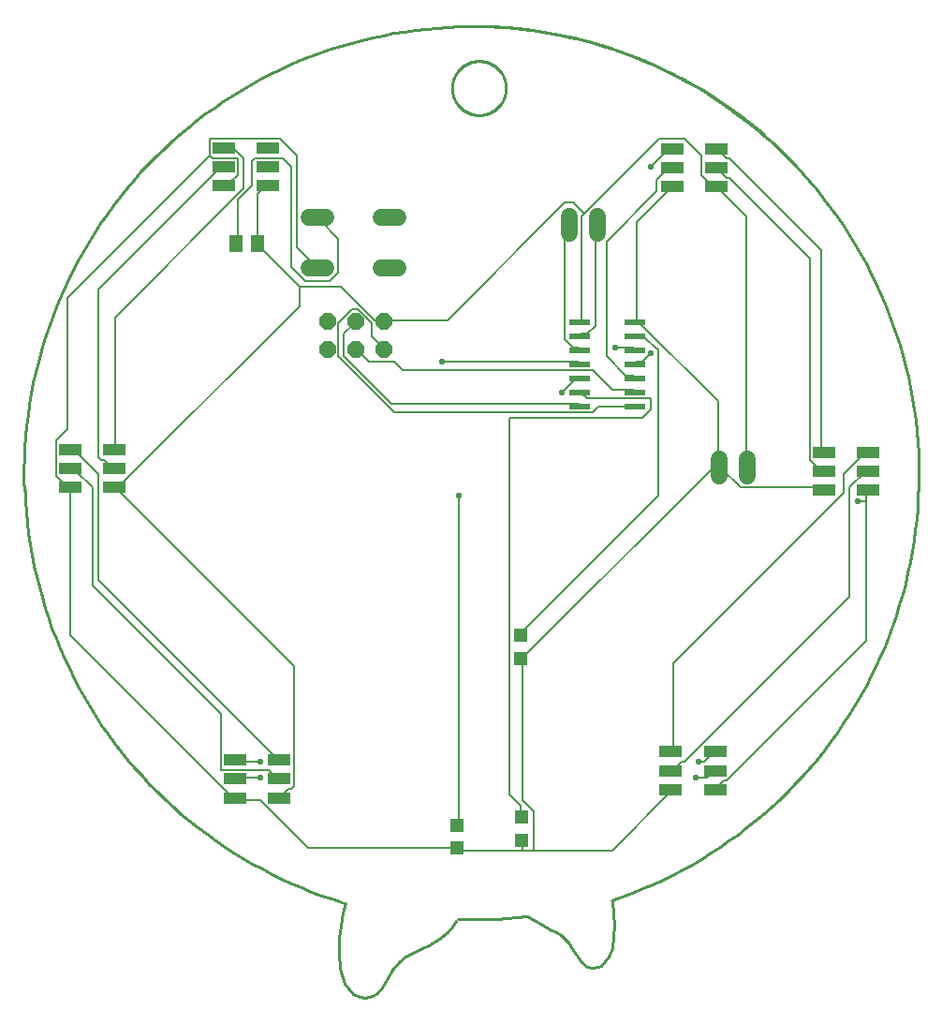
<source format=gtl>
G75*
%MOIN*%
%OFA0B0*%
%FSLAX25Y25*%
%IPPOS*%
%LPD*%
%AMOC8*
5,1,8,0,0,1.08239X$1,22.5*
%
%ADD10C,0.01000*%
%ADD11R,0.07800X0.02200*%
%ADD12R,0.04724X0.04724*%
%ADD13OC8,0.06000*%
%ADD14C,0.06000*%
%ADD15R,0.05118X0.05906*%
%ADD16R,0.07874X0.04331*%
%ADD17C,0.00600*%
%ADD18OC8,0.02300*%
D10*
X0128781Y0013704D02*
X0125829Y0017395D01*
X0124106Y0022562D01*
X0123614Y0028714D01*
X0123860Y0033635D01*
X0124352Y0038064D01*
X0125090Y0042739D01*
X0126075Y0046184D01*
X0125336Y0046184D01*
X0145268Y0025269D02*
X0147482Y0026991D01*
X0149943Y0028468D01*
X0153388Y0030190D01*
X0155848Y0031174D01*
X0159293Y0033389D01*
X0162246Y0035604D01*
X0164214Y0037818D01*
X0165445Y0039787D01*
X0145268Y0025269D02*
X0142807Y0022316D01*
X0141085Y0019363D01*
X0139116Y0015919D01*
X0137394Y0014196D01*
X0135671Y0012966D01*
X0133210Y0012228D01*
X0130996Y0012720D01*
X0128781Y0013704D01*
X0190789Y0041263D02*
X0193004Y0040033D01*
X0195957Y0038310D01*
X0198663Y0036834D01*
X0201124Y0035604D01*
X0202846Y0034619D01*
X0205553Y0031913D01*
X0207029Y0029452D01*
X0209982Y0025023D01*
X0211951Y0023546D01*
X0213673Y0023054D01*
X0216134Y0023546D01*
X0217118Y0023793D01*
X0219579Y0026991D01*
X0221055Y0030190D01*
X0221547Y0034373D01*
X0221793Y0038064D01*
X0221547Y0042247D01*
X0221055Y0047169D01*
X0274943Y0319560D02*
X0272010Y0322021D01*
X0269019Y0324411D01*
X0265972Y0326729D01*
X0262869Y0328973D01*
X0259715Y0331142D01*
X0256509Y0333235D01*
X0253253Y0335251D01*
X0249951Y0337188D01*
X0246603Y0339045D01*
X0243211Y0340822D01*
X0239778Y0342517D01*
X0236306Y0344129D01*
X0232795Y0345657D01*
X0229250Y0347102D01*
X0225670Y0348460D01*
X0222059Y0349733D01*
X0218419Y0350919D01*
X0214751Y0352017D01*
X0211058Y0353027D01*
X0207342Y0353949D01*
X0203605Y0354781D01*
X0199849Y0355523D01*
X0196076Y0356176D01*
X0192289Y0356737D01*
X0188489Y0357208D01*
X0184679Y0357588D01*
X0180862Y0357877D01*
X0177038Y0358073D01*
X0173211Y0358179D01*
X0169382Y0358192D01*
X0163956Y0336046D02*
X0163959Y0336282D01*
X0163968Y0336517D01*
X0163982Y0336753D01*
X0164002Y0336988D01*
X0164028Y0337222D01*
X0164060Y0337456D01*
X0164097Y0337689D01*
X0164141Y0337921D01*
X0164189Y0338151D01*
X0164244Y0338381D01*
X0164304Y0338609D01*
X0164370Y0338835D01*
X0164441Y0339060D01*
X0164518Y0339283D01*
X0164600Y0339504D01*
X0164687Y0339723D01*
X0164780Y0339940D01*
X0164879Y0340154D01*
X0164982Y0340366D01*
X0165091Y0340576D01*
X0165204Y0340782D01*
X0165323Y0340986D01*
X0165447Y0341187D01*
X0165575Y0341384D01*
X0165709Y0341579D01*
X0165847Y0341770D01*
X0165990Y0341958D01*
X0166137Y0342142D01*
X0166289Y0342322D01*
X0166445Y0342499D01*
X0166606Y0342672D01*
X0166770Y0342841D01*
X0166939Y0343005D01*
X0167112Y0343166D01*
X0167289Y0343322D01*
X0167469Y0343474D01*
X0167653Y0343621D01*
X0167841Y0343764D01*
X0168032Y0343902D01*
X0168227Y0344036D01*
X0168424Y0344164D01*
X0168625Y0344288D01*
X0168829Y0344407D01*
X0169035Y0344520D01*
X0169245Y0344629D01*
X0169457Y0344732D01*
X0169671Y0344831D01*
X0169888Y0344924D01*
X0170107Y0345011D01*
X0170328Y0345093D01*
X0170551Y0345170D01*
X0170776Y0345241D01*
X0171002Y0345307D01*
X0171230Y0345367D01*
X0171460Y0345422D01*
X0171690Y0345470D01*
X0171922Y0345514D01*
X0172155Y0345551D01*
X0172389Y0345583D01*
X0172623Y0345609D01*
X0172858Y0345629D01*
X0173094Y0345643D01*
X0173329Y0345652D01*
X0173565Y0345655D01*
X0173801Y0345652D01*
X0174036Y0345643D01*
X0174272Y0345629D01*
X0174507Y0345609D01*
X0174741Y0345583D01*
X0174975Y0345551D01*
X0175208Y0345514D01*
X0175440Y0345470D01*
X0175670Y0345422D01*
X0175900Y0345367D01*
X0176128Y0345307D01*
X0176354Y0345241D01*
X0176579Y0345170D01*
X0176802Y0345093D01*
X0177023Y0345011D01*
X0177242Y0344924D01*
X0177459Y0344831D01*
X0177673Y0344732D01*
X0177885Y0344629D01*
X0178095Y0344520D01*
X0178301Y0344407D01*
X0178505Y0344288D01*
X0178706Y0344164D01*
X0178903Y0344036D01*
X0179098Y0343902D01*
X0179289Y0343764D01*
X0179477Y0343621D01*
X0179661Y0343474D01*
X0179841Y0343322D01*
X0180018Y0343166D01*
X0180191Y0343005D01*
X0180360Y0342841D01*
X0180524Y0342672D01*
X0180685Y0342499D01*
X0180841Y0342322D01*
X0180993Y0342142D01*
X0181140Y0341958D01*
X0181283Y0341770D01*
X0181421Y0341579D01*
X0181555Y0341384D01*
X0181683Y0341187D01*
X0181807Y0340986D01*
X0181926Y0340782D01*
X0182039Y0340576D01*
X0182148Y0340366D01*
X0182251Y0340154D01*
X0182350Y0339940D01*
X0182443Y0339723D01*
X0182530Y0339504D01*
X0182612Y0339283D01*
X0182689Y0339060D01*
X0182760Y0338835D01*
X0182826Y0338609D01*
X0182886Y0338381D01*
X0182941Y0338151D01*
X0182989Y0337921D01*
X0183033Y0337689D01*
X0183070Y0337456D01*
X0183102Y0337222D01*
X0183128Y0336988D01*
X0183148Y0336753D01*
X0183162Y0336517D01*
X0183171Y0336282D01*
X0183174Y0336046D01*
X0183171Y0335810D01*
X0183162Y0335575D01*
X0183148Y0335339D01*
X0183128Y0335104D01*
X0183102Y0334870D01*
X0183070Y0334636D01*
X0183033Y0334403D01*
X0182989Y0334171D01*
X0182941Y0333941D01*
X0182886Y0333711D01*
X0182826Y0333483D01*
X0182760Y0333257D01*
X0182689Y0333032D01*
X0182612Y0332809D01*
X0182530Y0332588D01*
X0182443Y0332369D01*
X0182350Y0332152D01*
X0182251Y0331938D01*
X0182148Y0331726D01*
X0182039Y0331516D01*
X0181926Y0331310D01*
X0181807Y0331106D01*
X0181683Y0330905D01*
X0181555Y0330708D01*
X0181421Y0330513D01*
X0181283Y0330322D01*
X0181140Y0330134D01*
X0180993Y0329950D01*
X0180841Y0329770D01*
X0180685Y0329593D01*
X0180524Y0329420D01*
X0180360Y0329251D01*
X0180191Y0329087D01*
X0180018Y0328926D01*
X0179841Y0328770D01*
X0179661Y0328618D01*
X0179477Y0328471D01*
X0179289Y0328328D01*
X0179098Y0328190D01*
X0178903Y0328056D01*
X0178706Y0327928D01*
X0178505Y0327804D01*
X0178301Y0327685D01*
X0178095Y0327572D01*
X0177885Y0327463D01*
X0177673Y0327360D01*
X0177459Y0327261D01*
X0177242Y0327168D01*
X0177023Y0327081D01*
X0176802Y0326999D01*
X0176579Y0326922D01*
X0176354Y0326851D01*
X0176128Y0326785D01*
X0175900Y0326725D01*
X0175670Y0326670D01*
X0175440Y0326622D01*
X0175208Y0326578D01*
X0174975Y0326541D01*
X0174741Y0326509D01*
X0174507Y0326483D01*
X0174272Y0326463D01*
X0174036Y0326449D01*
X0173801Y0326440D01*
X0173565Y0326437D01*
X0173329Y0326440D01*
X0173094Y0326449D01*
X0172858Y0326463D01*
X0172623Y0326483D01*
X0172389Y0326509D01*
X0172155Y0326541D01*
X0171922Y0326578D01*
X0171690Y0326622D01*
X0171460Y0326670D01*
X0171230Y0326725D01*
X0171002Y0326785D01*
X0170776Y0326851D01*
X0170551Y0326922D01*
X0170328Y0326999D01*
X0170107Y0327081D01*
X0169888Y0327168D01*
X0169671Y0327261D01*
X0169457Y0327360D01*
X0169245Y0327463D01*
X0169035Y0327572D01*
X0168829Y0327685D01*
X0168625Y0327804D01*
X0168424Y0327928D01*
X0168227Y0328056D01*
X0168032Y0328190D01*
X0167841Y0328328D01*
X0167653Y0328471D01*
X0167469Y0328618D01*
X0167289Y0328770D01*
X0167112Y0328926D01*
X0166939Y0329087D01*
X0166770Y0329251D01*
X0166606Y0329420D01*
X0166445Y0329593D01*
X0166289Y0329770D01*
X0166137Y0329950D01*
X0165990Y0330134D01*
X0165847Y0330322D01*
X0165709Y0330513D01*
X0165575Y0330708D01*
X0165447Y0330905D01*
X0165323Y0331106D01*
X0165204Y0331310D01*
X0165091Y0331516D01*
X0164982Y0331726D01*
X0164879Y0331938D01*
X0164780Y0332152D01*
X0164687Y0332369D01*
X0164600Y0332588D01*
X0164518Y0332809D01*
X0164441Y0333032D01*
X0164370Y0333257D01*
X0164304Y0333483D01*
X0164244Y0333711D01*
X0164189Y0333941D01*
X0164141Y0334171D01*
X0164097Y0334403D01*
X0164060Y0334636D01*
X0164028Y0334870D01*
X0164002Y0335104D01*
X0163982Y0335339D01*
X0163968Y0335575D01*
X0163959Y0335810D01*
X0163956Y0336046D01*
X0190543Y0041510D02*
X0187044Y0041101D01*
X0183537Y0040769D01*
X0180023Y0040515D01*
X0176504Y0040339D01*
X0172983Y0040241D01*
X0169460Y0040221D01*
X0165937Y0040280D01*
X0220809Y0047169D02*
X0224504Y0048447D01*
X0228165Y0049814D01*
X0231792Y0051272D01*
X0235383Y0052817D01*
X0238934Y0054451D01*
X0242445Y0056170D01*
X0245912Y0057975D01*
X0249334Y0059865D01*
X0252708Y0061837D01*
X0256034Y0063892D01*
X0259308Y0066028D01*
X0262528Y0068243D01*
X0265694Y0070536D01*
X0268802Y0072907D01*
X0271852Y0075352D01*
X0274840Y0077872D01*
X0277766Y0080464D01*
X0280628Y0083127D01*
X0283423Y0085859D01*
X0286151Y0088659D01*
X0288809Y0091525D01*
X0291397Y0094455D01*
X0293912Y0097447D01*
X0296352Y0100501D01*
X0298718Y0103613D01*
X0301006Y0106782D01*
X0303216Y0110006D01*
X0305346Y0113283D01*
X0307396Y0116612D01*
X0309363Y0119990D01*
X0311247Y0123415D01*
X0313047Y0126885D01*
X0314761Y0130398D01*
X0316388Y0133952D01*
X0317928Y0137545D01*
X0319379Y0141174D01*
X0320742Y0144838D01*
X0322014Y0148534D01*
X0323195Y0152261D01*
X0324284Y0156015D01*
X0325281Y0159794D01*
X0326185Y0163597D01*
X0326996Y0167421D01*
X0327713Y0171264D01*
X0328336Y0175123D01*
X0328864Y0178996D01*
X0329297Y0182881D01*
X0329634Y0186775D01*
X0329877Y0190677D01*
X0330023Y0194583D01*
X0330074Y0198491D01*
X0330029Y0202400D01*
X0329888Y0206306D01*
X0329652Y0210208D01*
X0329320Y0214103D01*
X0328893Y0217989D01*
X0328371Y0221863D01*
X0327754Y0225723D01*
X0327043Y0229566D01*
X0326238Y0233391D01*
X0325339Y0237196D01*
X0324348Y0240977D01*
X0323264Y0244732D01*
X0322088Y0248460D01*
X0320822Y0252158D01*
X0319465Y0255824D01*
X0318019Y0259456D01*
X0316485Y0263051D01*
X0314863Y0266608D01*
X0313154Y0270123D01*
X0311360Y0273596D01*
X0309481Y0277024D01*
X0307518Y0280405D01*
X0305474Y0283736D01*
X0303349Y0287017D01*
X0301143Y0290244D01*
X0298860Y0293417D01*
X0296499Y0296533D01*
X0294063Y0299590D01*
X0291553Y0302586D01*
X0288970Y0305520D01*
X0286316Y0308390D01*
X0283592Y0311194D01*
X0280801Y0313930D01*
X0277943Y0316597D01*
X0275021Y0319194D01*
X0272036Y0321718D01*
X0268991Y0324168D01*
X0265886Y0326543D01*
X0262724Y0328841D01*
X0259506Y0331061D01*
X0256236Y0333201D01*
X0252913Y0335261D01*
X0249542Y0337239D01*
X0246123Y0339134D01*
X0242658Y0340944D01*
X0239150Y0342669D01*
X0235601Y0344307D01*
X0232013Y0345858D01*
X0228388Y0347321D01*
X0224729Y0348694D01*
X0221036Y0349978D01*
X0217314Y0351170D01*
X0213563Y0352271D01*
X0209787Y0353280D01*
X0205987Y0354196D01*
X0202165Y0355019D01*
X0198325Y0355748D01*
X0194468Y0356383D01*
X0190596Y0356922D01*
X0186713Y0357367D01*
X0182819Y0357717D01*
X0178919Y0357971D01*
X0175013Y0358130D01*
X0171105Y0358193D01*
X0170120Y0357947D02*
X0166250Y0357890D01*
X0162382Y0357740D01*
X0158519Y0357496D01*
X0154663Y0357157D01*
X0150817Y0356725D01*
X0146982Y0356199D01*
X0143161Y0355580D01*
X0139356Y0354868D01*
X0135570Y0354064D01*
X0131805Y0353167D01*
X0128062Y0352180D01*
X0124345Y0351101D01*
X0120655Y0349933D01*
X0116994Y0348674D01*
X0113366Y0347327D01*
X0109771Y0345892D01*
X0106212Y0344370D01*
X0102691Y0342762D01*
X0099211Y0341069D01*
X0095772Y0339291D01*
X0092378Y0337430D01*
X0089031Y0335487D01*
X0085731Y0333463D01*
X0082482Y0331359D01*
X0079285Y0329177D01*
X0076143Y0326918D01*
X0073056Y0324583D01*
X0070027Y0322173D01*
X0067057Y0319690D01*
X0064149Y0317136D01*
X0061304Y0314512D01*
X0058523Y0311819D01*
X0055809Y0309059D01*
X0053163Y0306234D01*
X0050587Y0303346D01*
X0048081Y0300395D01*
X0045649Y0297384D01*
X0043290Y0294316D01*
X0041007Y0291190D01*
X0038800Y0288010D01*
X0036672Y0284777D01*
X0034623Y0281493D01*
X0032654Y0278161D01*
X0030767Y0274781D01*
X0028963Y0271356D01*
X0027243Y0267889D01*
X0025608Y0264380D01*
X0024059Y0260833D01*
X0022597Y0257250D01*
X0021222Y0253631D01*
X0019936Y0249980D01*
X0018739Y0246300D01*
X0017632Y0242591D01*
X0016616Y0238856D01*
X0015691Y0235097D01*
X0014858Y0231317D01*
X0014117Y0227518D01*
X0013468Y0223702D01*
X0012913Y0219871D01*
X0012452Y0216028D01*
X0012084Y0212175D01*
X0011810Y0208314D01*
X0011630Y0204448D01*
X0011544Y0200578D01*
X0011552Y0196708D01*
X0011655Y0192838D01*
X0011901Y0193083D02*
X0012085Y0189214D01*
X0012364Y0185351D01*
X0012736Y0181495D01*
X0013202Y0177650D01*
X0013761Y0173817D01*
X0014414Y0169999D01*
X0015159Y0166197D01*
X0015997Y0162416D01*
X0016926Y0158655D01*
X0017947Y0154919D01*
X0019058Y0151208D01*
X0020260Y0147525D01*
X0021550Y0143873D01*
X0022930Y0140253D01*
X0024397Y0136668D01*
X0025951Y0133120D01*
X0027590Y0129611D01*
X0029315Y0126143D01*
X0031124Y0122717D01*
X0033015Y0119337D01*
X0034989Y0116004D01*
X0037043Y0112719D01*
X0039176Y0109486D01*
X0041387Y0106306D01*
X0043675Y0103180D01*
X0046039Y0100111D01*
X0048476Y0097101D01*
X0050986Y0094151D01*
X0053567Y0091262D01*
X0056218Y0088438D01*
X0058937Y0085679D01*
X0061722Y0082987D01*
X0064572Y0080363D01*
X0067484Y0077810D01*
X0070459Y0075328D01*
X0073492Y0072919D01*
X0076584Y0070585D01*
X0079731Y0068327D01*
X0082932Y0066147D01*
X0086186Y0064044D01*
X0089490Y0062022D01*
X0092842Y0060081D01*
X0096240Y0058222D01*
X0099682Y0056446D01*
X0103167Y0054754D01*
X0106692Y0053148D01*
X0110255Y0051629D01*
X0113854Y0050196D01*
X0117486Y0048851D01*
X0121151Y0047596D01*
X0124845Y0046429D01*
D11*
X0209514Y0222867D03*
X0209514Y0227867D03*
X0209514Y0232867D03*
X0209514Y0237867D03*
X0209514Y0242867D03*
X0209514Y0247867D03*
X0209514Y0252867D03*
X0228914Y0252867D03*
X0228914Y0247867D03*
X0228914Y0242867D03*
X0228914Y0237867D03*
X0228914Y0232867D03*
X0228914Y0227867D03*
X0228914Y0222867D03*
D12*
X0188220Y0141376D03*
X0188220Y0133108D03*
X0188870Y0076770D03*
X0188870Y0068502D03*
X0165730Y0065613D03*
X0165730Y0073881D03*
D13*
X0139559Y0242897D03*
X0139559Y0252897D03*
X0129559Y0252897D03*
X0129559Y0242897D03*
X0119559Y0242897D03*
X0119559Y0252897D03*
D14*
X0119129Y0272127D02*
X0113129Y0272127D01*
X0113129Y0289927D02*
X0119129Y0289927D01*
X0138729Y0289927D02*
X0144729Y0289927D01*
X0144729Y0272127D02*
X0138729Y0272127D01*
X0205671Y0284449D02*
X0205671Y0290449D01*
X0215671Y0290449D02*
X0215671Y0284449D01*
X0259018Y0204032D02*
X0259018Y0198032D01*
X0269018Y0198032D02*
X0269018Y0204032D01*
D15*
X0094554Y0280682D03*
X0087074Y0280682D03*
D16*
X0082718Y0301352D03*
X0082718Y0308044D03*
X0082718Y0314737D03*
X0098466Y0314737D03*
X0098466Y0308044D03*
X0098466Y0301352D03*
X0043791Y0207454D03*
X0043791Y0200761D03*
X0043791Y0194068D03*
X0028043Y0194068D03*
X0028043Y0200761D03*
X0028043Y0207454D03*
X0086655Y0096922D03*
X0086655Y0090230D03*
X0086655Y0083537D03*
X0102403Y0083537D03*
X0102403Y0090230D03*
X0102403Y0096922D03*
X0241823Y0099900D03*
X0241823Y0093207D03*
X0241823Y0086514D03*
X0257571Y0086514D03*
X0257571Y0093207D03*
X0257571Y0099900D03*
X0296375Y0193108D03*
X0296375Y0199801D03*
X0296375Y0206494D03*
X0312123Y0206494D03*
X0312123Y0199801D03*
X0312123Y0193108D03*
X0258087Y0301106D03*
X0258087Y0307798D03*
X0258087Y0314491D03*
X0242339Y0314491D03*
X0242339Y0307798D03*
X0242339Y0301106D03*
D17*
X0086655Y0083537D02*
X0085766Y0083613D01*
X0028132Y0141248D01*
X0028132Y0193914D01*
X0028043Y0194068D01*
X0027138Y0193914D01*
X0023163Y0197889D01*
X0023163Y0210807D01*
X0027138Y0214781D01*
X0027138Y0261485D01*
X0077817Y0312164D01*
X0077817Y0318126D01*
X0102659Y0318126D01*
X0108622Y0312164D01*
X0108622Y0279372D01*
X0115577Y0272416D01*
X0116129Y0272127D01*
X0120546Y0267448D02*
X0111603Y0267448D01*
X0106634Y0272416D01*
X0106634Y0308189D01*
X0103653Y0311170D01*
X0093716Y0311170D01*
X0092722Y0310177D01*
X0092722Y0301233D01*
X0087754Y0296265D01*
X0087754Y0281359D01*
X0087074Y0280682D01*
X0094554Y0280682D02*
X0094710Y0280366D01*
X0109615Y0265460D01*
X0109615Y0258504D01*
X0046018Y0194907D01*
X0044031Y0194907D01*
X0043791Y0194068D01*
X0044031Y0193914D01*
X0107628Y0130317D01*
X0107628Y0087588D01*
X0106634Y0086594D01*
X0105640Y0086594D01*
X0102659Y0083613D01*
X0102403Y0083537D01*
X0102403Y0090230D02*
X0101666Y0090569D01*
X0098685Y0093550D01*
X0081792Y0093550D01*
X0081792Y0113424D01*
X0036081Y0159134D01*
X0036081Y0193914D01*
X0030119Y0199876D01*
X0028132Y0199876D01*
X0028043Y0200761D01*
X0028132Y0206832D02*
X0028043Y0207454D01*
X0028132Y0206832D02*
X0030119Y0206832D01*
X0038069Y0198882D01*
X0038069Y0161122D01*
X0101666Y0097525D01*
X0102403Y0096922D01*
X0095703Y0096531D02*
X0086760Y0096531D01*
X0086655Y0096922D01*
X0086760Y0090569D02*
X0086655Y0090230D01*
X0086760Y0090569D02*
X0095703Y0090569D01*
X0095703Y0082619D02*
X0086760Y0082619D01*
X0086655Y0083537D01*
X0095703Y0082619D02*
X0112596Y0065726D01*
X0165262Y0065726D01*
X0165730Y0065613D01*
X0166256Y0064733D01*
X0189111Y0064733D01*
X0189111Y0067714D01*
X0188870Y0068502D01*
X0189111Y0064733D02*
X0193086Y0064733D01*
X0193086Y0078644D01*
X0189111Y0082619D01*
X0189111Y0132304D01*
X0188220Y0133108D01*
X0189111Y0133298D01*
X0256683Y0200870D01*
X0258670Y0200870D01*
X0259018Y0201032D01*
X0258670Y0201863D01*
X0258670Y0224719D01*
X0229853Y0253536D01*
X0228914Y0252867D01*
X0229853Y0253536D02*
X0229853Y0288315D01*
X0241777Y0300240D01*
X0242339Y0301106D01*
X0236809Y0299246D02*
X0236809Y0303221D01*
X0241777Y0308189D01*
X0242339Y0307798D01*
X0242339Y0314491D02*
X0241777Y0315145D01*
X0234822Y0308189D01*
X0236809Y0299246D02*
X0218922Y0281359D01*
X0218922Y0240618D01*
X0225878Y0233662D01*
X0228859Y0233662D01*
X0228914Y0232867D01*
X0228859Y0228693D02*
X0228914Y0227867D01*
X0228859Y0228693D02*
X0220910Y0228693D01*
X0213954Y0235649D01*
X0146382Y0235649D01*
X0143401Y0238630D01*
X0134458Y0238630D01*
X0130483Y0242605D01*
X0129559Y0242897D01*
X0135451Y0247574D02*
X0139426Y0243599D01*
X0139559Y0242897D01*
X0135451Y0247574D02*
X0135451Y0252542D01*
X0130483Y0257511D01*
X0128496Y0257511D01*
X0123527Y0252542D01*
X0123527Y0240618D01*
X0143401Y0220744D01*
X0213954Y0220744D01*
X0215941Y0222731D01*
X0228859Y0222731D01*
X0228914Y0222867D01*
X0231636Y0218674D02*
X0234588Y0221627D01*
X0234588Y0225564D01*
X0211951Y0225564D01*
X0209982Y0227533D01*
X0209514Y0227867D01*
X0208985Y0223725D02*
X0209514Y0222867D01*
X0208985Y0223725D02*
X0142407Y0223725D01*
X0125514Y0240618D01*
X0125514Y0248567D01*
X0129489Y0252542D01*
X0129559Y0252897D01*
X0136445Y0253536D02*
X0124521Y0265460D01*
X0109615Y0265460D01*
X0120546Y0267448D02*
X0123527Y0270429D01*
X0123527Y0282353D01*
X0116571Y0289309D01*
X0116129Y0289927D01*
X0098466Y0301352D02*
X0097691Y0301233D01*
X0094710Y0298252D01*
X0094710Y0281359D01*
X0094554Y0280682D01*
X0089741Y0300240D02*
X0089741Y0311170D01*
X0086760Y0314152D01*
X0082785Y0314152D01*
X0082718Y0314737D01*
X0078810Y0311170D02*
X0077817Y0312164D01*
X0078810Y0311170D02*
X0087754Y0311170D01*
X0087754Y0305208D01*
X0084773Y0302227D01*
X0082785Y0302227D01*
X0082718Y0301352D01*
X0082718Y0308044D02*
X0081792Y0308189D01*
X0038069Y0264467D01*
X0038069Y0204844D01*
X0039062Y0203851D01*
X0040056Y0203851D01*
X0043037Y0200870D01*
X0043791Y0200761D01*
X0043791Y0207454D02*
X0044031Y0207826D01*
X0044031Y0254530D01*
X0089741Y0300240D01*
X0136445Y0253536D02*
X0139426Y0253536D01*
X0139559Y0252897D01*
X0140420Y0253536D01*
X0162281Y0253536D01*
X0204017Y0295271D01*
X0206998Y0295271D01*
X0210973Y0291296D01*
X0209979Y0290303D01*
X0209979Y0253536D01*
X0209514Y0252867D01*
X0209979Y0248567D02*
X0209514Y0247867D01*
X0209979Y0248567D02*
X0211966Y0248567D01*
X0214948Y0251548D01*
X0214948Y0287322D01*
X0215671Y0287449D01*
X0210973Y0291296D02*
X0237803Y0318126D01*
X0246746Y0318126D01*
X0252708Y0312164D01*
X0252708Y0305208D01*
X0257677Y0300240D01*
X0258087Y0301106D01*
X0258670Y0300240D01*
X0268607Y0290303D01*
X0268607Y0201863D01*
X0269018Y0201032D01*
X0266620Y0193914D02*
X0259664Y0200870D01*
X0259018Y0201032D01*
X0266620Y0193914D02*
X0295437Y0193914D01*
X0296375Y0193108D01*
X0296375Y0199801D02*
X0295437Y0199876D01*
X0291462Y0203851D01*
X0291462Y0275397D01*
X0262645Y0304215D01*
X0261651Y0304215D01*
X0258670Y0307196D01*
X0258087Y0307798D01*
X0261651Y0311170D02*
X0262645Y0311170D01*
X0295437Y0278378D01*
X0295437Y0206832D01*
X0296375Y0206494D01*
X0303387Y0198882D02*
X0311336Y0206832D01*
X0312123Y0206494D01*
X0311336Y0199876D02*
X0312123Y0199801D01*
X0311336Y0199876D02*
X0305374Y0193914D01*
X0305374Y0155159D01*
X0246746Y0096531D01*
X0245752Y0096531D01*
X0242771Y0093550D01*
X0241823Y0093207D01*
X0241823Y0099900D02*
X0242771Y0100506D01*
X0242771Y0131311D01*
X0303387Y0191926D01*
X0303387Y0198882D01*
X0311336Y0192920D02*
X0312123Y0193108D01*
X0311336Y0192920D02*
X0311336Y0188945D01*
X0308355Y0188945D01*
X0311336Y0188945D02*
X0311336Y0139260D01*
X0261651Y0089575D01*
X0260658Y0089575D01*
X0257677Y0086594D01*
X0257571Y0086514D01*
X0254696Y0090569D02*
X0256683Y0092556D01*
X0257571Y0093207D01*
X0254696Y0090569D02*
X0250721Y0090569D01*
X0251714Y0096531D02*
X0253702Y0096531D01*
X0256683Y0099512D01*
X0257571Y0099900D01*
X0241823Y0086514D02*
X0241777Y0085600D01*
X0220910Y0064733D01*
X0193086Y0064733D01*
X0188870Y0076770D02*
X0188329Y0076942D01*
X0188329Y0080879D01*
X0184392Y0084816D01*
X0184392Y0218674D01*
X0231636Y0218674D01*
X0228914Y0237867D02*
X0229853Y0238630D01*
X0231840Y0238630D01*
X0234822Y0241611D01*
X0236557Y0243281D02*
X0232620Y0247218D01*
X0229667Y0247218D01*
X0228914Y0247867D01*
X0228859Y0243599D02*
X0228914Y0242867D01*
X0228859Y0243599D02*
X0221903Y0243599D01*
X0209514Y0242867D02*
X0208985Y0243599D01*
X0206998Y0243599D01*
X0204017Y0246580D01*
X0204017Y0286328D01*
X0205010Y0287322D01*
X0205671Y0287449D01*
X0236557Y0243281D02*
X0237541Y0243281D01*
X0237541Y0191115D01*
X0188329Y0141903D01*
X0188220Y0141376D01*
X0166256Y0190933D02*
X0166256Y0074670D01*
X0165730Y0073881D01*
X0203023Y0227700D02*
X0208985Y0233662D01*
X0209514Y0232867D01*
X0209514Y0237867D02*
X0208985Y0238630D01*
X0160294Y0238630D01*
X0258087Y0314491D02*
X0258670Y0314152D01*
X0261651Y0311170D01*
D18*
X0234822Y0308189D03*
X0221903Y0243599D03*
X0234822Y0241611D03*
X0203023Y0227700D03*
X0166256Y0190933D03*
X0160294Y0238630D03*
X0095703Y0096531D03*
X0095703Y0090569D03*
X0250721Y0090569D03*
X0251714Y0096531D03*
X0308355Y0188945D03*
M02*

</source>
